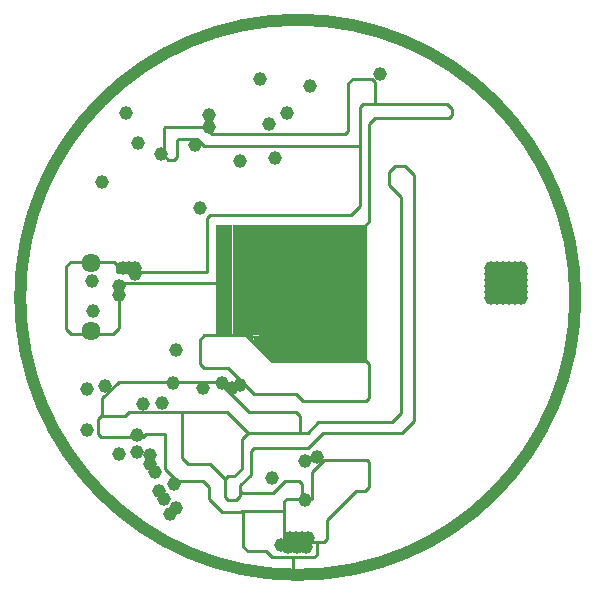
<source format=gbr>
G04 Layer_Physical_Order=3*
G04 Layer_Color=128*
%FSLAX25Y25*%
%MOIN*%
%TF.FileFunction,Copper,L3,Inr,Plane*%
%TF.Part,Single*%
G01*
G75*
%ADD11C,0.01000*%
%ADD17C,0.04000*%
%TA.AperFunction,ConnectorPad*%
%ADD32C,0.33128*%
%TA.AperFunction,ViaPad*%
%ADD33C,0.06356*%
%TA.AperFunction,ViaPad*%
%ADD34C,0.04600*%
%ADD35R,0.12500X0.12000*%
%ADD36R,0.04500X0.01500*%
%ADD37R,0.02000X0.02500*%
%ADD38R,0.01500X0.02000*%
%ADD39R,0.02000X0.01500*%
%ADD40R,0.00500X0.02500*%
%ADD41R,0.01000X0.03000*%
%ADD42R,0.03500X0.03000*%
%ADD43R,0.01000X0.02779*%
%ADD44R,0.01500X0.03279*%
%ADD45R,0.02000X0.02000*%
%ADD46R,0.06279X0.01000*%
%ADD47R,0.06500X0.04500*%
%ADD48R,0.45000X0.37000*%
%ADD49R,0.29500X0.08500*%
%ADD50R,0.01000X0.00789*%
%ADD51R,0.05500X0.37000*%
D11*
X358500Y241500D02*
X362500D01*
X358000Y241000D02*
X358500Y241500D01*
X368000Y251500D02*
X371000Y254500D01*
X385442D01*
X386010Y253932D01*
Y245510D02*
Y253932D01*
X384500Y244000D02*
X386010Y245510D01*
X381500Y244000D02*
X384500D01*
X372000Y234500D02*
X381500Y244000D01*
X372000Y228000D02*
Y234500D01*
X371058Y227058D02*
X372000Y228000D01*
X357500Y227058D02*
X371058D01*
X357500D02*
Y240500D01*
X358000Y241000D01*
X363500Y241500D02*
X367000D01*
Y250500D01*
X368000Y251500D01*
X331000Y296000D02*
X345000D01*
X353500Y287500D01*
X385000D01*
X386000Y286500D01*
Y275000D02*
Y286500D01*
X385000Y274000D02*
X386000Y275000D01*
X364000Y274000D02*
X385000D01*
X361500Y276500D02*
X364000Y274000D01*
X347500Y276500D02*
X361500D01*
X339000Y285000D02*
X347500Y276500D01*
X331058Y285000D02*
X339000D01*
X329500Y286558D02*
X331058Y285000D01*
X329500Y286558D02*
Y294500D01*
X331000Y296000D01*
X368500Y222779D02*
Y227058D01*
X367721Y222000D02*
X368500Y222779D01*
X353500Y222000D02*
X367721D01*
X351500Y224000D02*
X353500Y222000D01*
X345500Y224000D02*
X351500D01*
X344000Y225500D02*
X345500Y224000D01*
X344000Y225500D02*
Y237500D01*
X357500D01*
X392500Y346000D02*
Y350500D01*
Y346000D02*
X396500Y342000D01*
Y270000D02*
Y342000D01*
X393500Y267000D02*
X396500Y270000D01*
X369000Y267000D02*
X393500D01*
X365500Y263500D02*
X369000Y267000D01*
X345500Y263500D02*
X365500D01*
X343500Y261500D02*
X345500Y263500D01*
X343500Y251500D02*
Y261500D01*
X341000Y249000D02*
X343500Y251500D01*
X339000Y249000D02*
X341000D01*
X338000Y248000D02*
X339000Y249000D01*
X338000Y242000D02*
Y248000D01*
Y242000D02*
X339000Y241000D01*
X341500D01*
X343000Y242500D01*
Y246000D01*
X346500Y249500D01*
Y257500D01*
X347500Y258500D01*
X365500D01*
X370500Y263500D01*
X397000D01*
X401000Y267500D01*
Y349500D01*
X398000Y352500D02*
X401000Y349500D01*
X394500Y352500D02*
X398000D01*
X392500Y350500D02*
X394500Y352500D01*
X297000Y269000D02*
X304500D01*
X306000Y270500D01*
X338500D01*
X345500Y263500D01*
X297000Y269000D02*
Y275000D01*
X302500Y280500D02*
X336000D01*
X346000Y270500D01*
X361500D01*
X363000Y269000D01*
Y263500D02*
Y269000D01*
X297000Y275000D02*
X302500Y280500D01*
X296500Y269000D02*
X297000D01*
X295500Y268000D02*
X296500Y269000D01*
X295500Y263000D02*
Y268000D01*
Y263000D02*
X296500Y262000D01*
X310500D01*
X311500Y263000D02*
X318000D01*
Y251500D02*
Y263000D01*
Y251500D02*
X322000Y247500D01*
X330500D01*
X332500Y245500D01*
Y241500D02*
Y245500D01*
Y241500D02*
X337000Y237000D01*
X343000D01*
X343500Y237500D01*
X357500D01*
X363500Y241500D02*
Y243000D01*
Y246500D01*
X362500Y247500D02*
X363500Y246500D01*
X358000Y247500D02*
X362500D01*
X354000Y243500D02*
X358000Y247500D01*
X343500Y243500D02*
X354000D01*
X343000Y244000D02*
X343500Y243500D01*
X333000Y253000D02*
X338000Y248000D01*
X325500Y253000D02*
X333000D01*
X323500Y255000D02*
X325500Y253000D01*
X323500Y255000D02*
Y270500D01*
X310500Y262000D02*
X311500Y263000D01*
X286500Y320500D02*
X301000D01*
X302000Y319500D01*
X300500Y296500D02*
X302500Y298500D01*
X286500Y296500D02*
X300500D01*
X285000Y298000D02*
X286500Y296500D01*
X285000Y298000D02*
Y319000D01*
X286500Y320500D01*
X360611Y216611D02*
Y222000D01*
X307500Y317000D02*
X332000D01*
Y335000D01*
X333000Y336000D01*
X380000D01*
X383000Y339000D01*
Y372000D01*
X384000Y373000D01*
X412000D01*
X412500Y372500D01*
X413500Y371500D01*
Y369500D02*
Y371500D01*
X412500Y368500D02*
X413500Y369500D01*
X388000Y368500D02*
X412500D01*
X386000Y366500D02*
X388000Y368500D01*
X386000Y334000D02*
Y366500D01*
X384500Y332500D02*
X386000Y334000D01*
X302500Y313500D02*
X336000D01*
X302500Y298500D02*
Y313500D01*
X302000Y317000D02*
Y319500D01*
Y317000D02*
X307500D01*
X322000Y356500D02*
Y361000D01*
X322500Y361500D01*
X328500D01*
X331000Y359000D01*
X383000D01*
X322000Y355500D02*
Y356500D01*
X321000Y354500D02*
X322000Y355500D01*
X319000Y354500D02*
X321000D01*
X317500Y356000D02*
X319000Y354500D01*
X317500Y356000D02*
Y365000D01*
X318000Y365500D01*
X331000D01*
X333500Y363000D01*
X378000D01*
X379000Y364000D01*
Y380000D01*
X380500Y381500D01*
X387000D01*
X388000Y380500D01*
Y373000D02*
Y380500D01*
X357500Y235000D02*
Y237500D01*
D17*
X362201Y401221D02*
G03*
X269681Y308701I0J-92520D01*
G01*
X454720D02*
G03*
X362201Y401221I-92520J0D01*
G01*
Y216181D02*
G03*
X454720Y308701I0J92520D01*
G01*
X269681D02*
G03*
X362201Y216181I92520J0D01*
G01*
D32*
Y308701D02*
D03*
D33*
X293441Y320079D02*
D03*
Y297323D02*
D03*
D34*
X308000Y316500D02*
D03*
X321500Y238500D02*
D03*
X317500Y241500D02*
D03*
X316000Y244000D02*
D03*
X319500Y236500D02*
D03*
X343000Y279500D02*
D03*
X314500Y250500D02*
D03*
X313000Y253000D02*
D03*
X364500Y254000D02*
D03*
X368500Y255500D02*
D03*
X364500Y241000D02*
D03*
X359500Y228500D02*
D03*
X361500D02*
D03*
X363500D02*
D03*
X365500D02*
D03*
X356500Y226000D02*
D03*
X359000Y225500D02*
D03*
X362000D02*
D03*
X365000D02*
D03*
X426500Y318500D02*
D03*
X428500D02*
D03*
X430500D02*
D03*
X432500D02*
D03*
X434500D02*
D03*
X436500D02*
D03*
Y316500D02*
D03*
X434500D02*
D03*
Y314500D02*
D03*
X436500D02*
D03*
X432500Y316500D02*
D03*
X430500D02*
D03*
X428500D02*
D03*
X426500D02*
D03*
Y314500D02*
D03*
X428500D02*
D03*
X430500D02*
D03*
X432500D02*
D03*
X426500Y312500D02*
D03*
X428500D02*
D03*
X430500D02*
D03*
X432500D02*
D03*
X434500D02*
D03*
X436500D02*
D03*
Y310500D02*
D03*
X434500D02*
D03*
X432500D02*
D03*
X430500D02*
D03*
X428500D02*
D03*
X426500D02*
D03*
Y308500D02*
D03*
X428500D02*
D03*
X430500D02*
D03*
X432500D02*
D03*
X434500D02*
D03*
X436500D02*
D03*
X302500Y312500D02*
D03*
Y309500D02*
D03*
X294000Y304000D02*
D03*
X308673Y262673D02*
D03*
X321500Y291000D02*
D03*
X340390Y278610D02*
D03*
X308000Y318500D02*
D03*
X306000D02*
D03*
X304000D02*
D03*
X297000Y347000D02*
D03*
X316500Y356500D02*
D03*
X298000Y279000D02*
D03*
X310500Y273000D02*
D03*
X332500Y365500D02*
D03*
Y369500D02*
D03*
X349500Y381500D02*
D03*
X358500Y370000D02*
D03*
X343000Y354000D02*
D03*
X353500Y248500D02*
D03*
X317000Y273500D02*
D03*
X292000Y278000D02*
D03*
X321000Y246500D02*
D03*
X292000Y264327D02*
D03*
X305000Y370000D02*
D03*
X352500Y366500D02*
D03*
X328000Y359500D02*
D03*
X389500Y383000D02*
D03*
X366224Y379224D02*
D03*
X329500Y338500D02*
D03*
X308673Y257000D02*
D03*
X302500Y256500D02*
D03*
X313000Y256000D02*
D03*
X337000Y280000D02*
D03*
X330500Y278500D02*
D03*
X354500Y355000D02*
D03*
X309000Y360000D02*
D03*
X320500Y280025D02*
D03*
X293500Y314000D02*
D03*
D35*
X431250Y313500D02*
D03*
D36*
X355750Y288250D02*
D03*
D37*
X352500Y290250D02*
D03*
D38*
X350250Y292000D02*
D03*
D39*
X351500Y290750D02*
D03*
D40*
X353250Y289250D02*
D03*
D41*
X354000Y289000D02*
D03*
D42*
X354250Y290000D02*
D03*
D43*
X349000Y293611D02*
D03*
D44*
X346750Y295861D02*
D03*
D45*
X348500Y294000D02*
D03*
D46*
X348861Y295500D02*
D03*
D47*
X352750Y293750D02*
D03*
D48*
X363000Y314500D02*
D03*
D49*
X370750Y291750D02*
D03*
D50*
X341000Y296115D02*
D03*
D51*
X337750Y314500D02*
D03*
%TF.MD5,662D12ABDEEC6645760A4B40F766AE27*%
M02*

</source>
